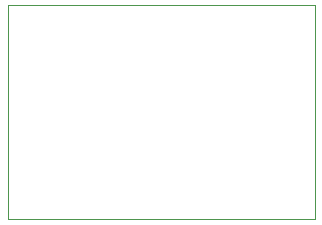
<source format=gbr>
%TF.GenerationSoftware,KiCad,Pcbnew,9.0.2*%
%TF.CreationDate,2025-07-15T11:24:56-07:00*%
%TF.ProjectId,PeakDetector_Breakout,5065616b-4465-4746-9563-746f725f4272,rev?*%
%TF.SameCoordinates,Original*%
%TF.FileFunction,Profile,NP*%
%FSLAX46Y46*%
G04 Gerber Fmt 4.6, Leading zero omitted, Abs format (unit mm)*
G04 Created by KiCad (PCBNEW 9.0.2) date 2025-07-15 11:24:56*
%MOMM*%
%LPD*%
G01*
G04 APERTURE LIST*
%TA.AperFunction,Profile*%
%ADD10C,0.050000*%
%TD*%
G04 APERTURE END LIST*
D10*
X130000000Y-85852000D02*
X155956000Y-85852000D01*
X155956000Y-103992000D01*
X130000000Y-103992000D01*
X130000000Y-85852000D01*
M02*

</source>
